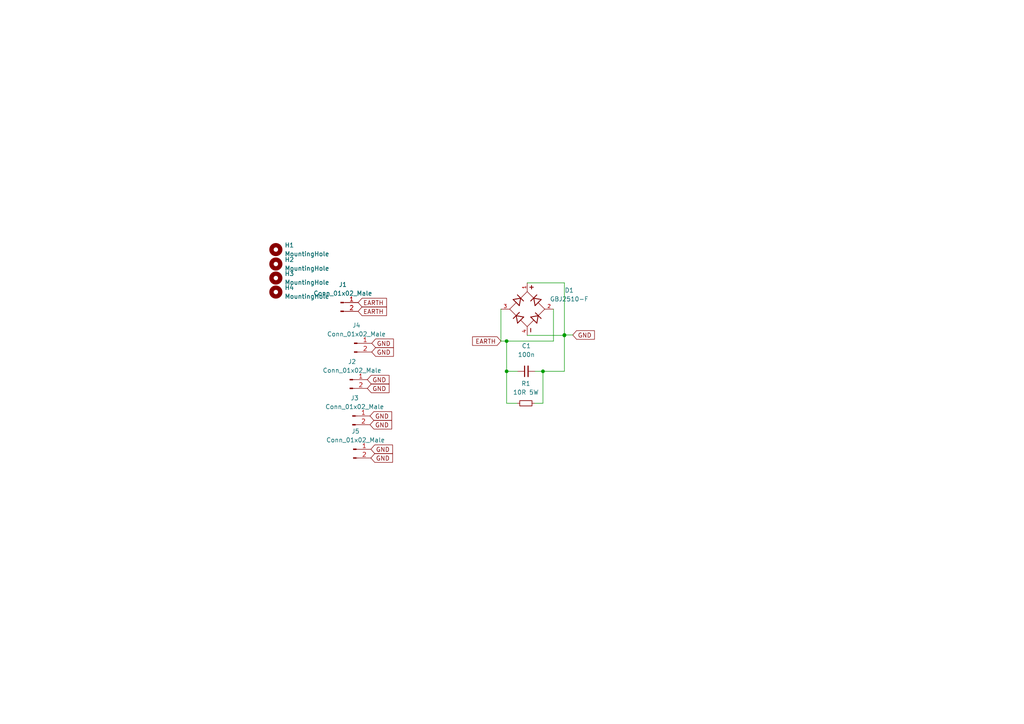
<source format=kicad_sch>
(kicad_sch (version 20230121) (generator eeschema)
  (paper "A4")
  (lib_symbols
    (symbol "Connector:Conn_01x02_Male" (pin_names (offset 1.016) hide)
      (property "Reference" "J" (at 0 2.54 0))
      (property "Value" "Conn_01x02_Male" (at 0 -5.08 0))
      (symbol "Conn_01x02_Male_1_1"
        (polyline (pts (xy 1.27 -2.54) (xy 0.8636 -2.54)) (stroke (width 0.1524)))
        (polyline (pts (xy 1.27 0) (xy 0.8636 0)) (stroke (width 0.1524)))
        (rectangle (start 0.8636 -2.413) (end 0 -2.667) (stroke (width 0.1524)) (fill (type outline)))
        (rectangle (start 0.8636 0.127) (end 0 -0.127) (stroke (width 0.1524)) (fill (type outline)))
        (pin passive line (at 5.08 0 180) (length 3.81) (name "Pin_1") (number "1"))
        (pin passive line (at 5.08 -2.54 180) (length 3.81) (name "Pin_2") (number "2"))
      )
    )
    (symbol "Device:C_Small" (pin_numbers hide) (pin_names (offset 0.254) hide)
      (property "Reference" "C" (at 0.254 1.778 0))
      (property "Value" "C_Small" (at 0.254 -2.032 0))
      (symbol "C_Small_0_1"
        (polyline (pts (xy -1.524 -0.508) (xy 1.524 -0.508)) (stroke (width 0.3302)))
        (polyline (pts (xy -1.524 0.508) (xy 1.524 0.508)) (stroke (width 0.3048)))
      )
      (symbol "C_Small_1_1"
        (pin passive line (at 0 2.54 270) (length 2.032) (name "~") (number "1"))
        (pin passive line (at 0 -2.54 90) (length 2.032) (name "~") (number "2"))
      )
    )
    (symbol "Device:R_Small" (pin_numbers hide) (pin_names (offset 0.254) hide)
      (property "Reference" "R" (at 0.762 0.508 0))
      (property "Value" "R_Small" (at 0.762 -1.016 0))
      (symbol "R_Small_0_1"
        (rectangle (start -0.762 1.778) (end 0.762 -1.778) (stroke (width 0.2032)))
      )
      (symbol "R_Small_1_1"
        (pin passive line (at 0 2.54 270) (length 0.762) (name "~") (number "1"))
        (pin passive line (at 0 -2.54 90) (length 0.762) (name "~") (number "2"))
      )
    )
    (symbol "GBJ2510-F:GBJ2510-F" (pin_names (offset 1.016) hide)
      (property "Reference" "D" (at 5.08 5.08 0))
      (property "Value" "GBJ2510-F" (at 5.08 -7.62 0))
      (symbol "GBJ2510-F_0_0"
        (polyline (pts (xy -6.858 1.27) (xy -5.842 1.27)) (stroke (width 0.254)))
        (polyline (pts (xy -6.35 0.762) (xy -6.35 1.778)) (stroke (width 0.254)))
        (polyline (pts (xy -5.08 0) (xy -3.175 -1.905)) (stroke (width 0.1524)))
        (polyline (pts (xy -3.175 -1.905) (xy -2.794 -4.064)) (stroke (width 0.254)))
        (polyline (pts (xy -3.175 -1.905) (xy -1.016 -2.286)) (stroke (width 0.254)))
        (polyline (pts (xy -3.175 1.905) (xy -5.08 0)) (stroke (width 0.1524)))
        (polyline (pts (xy -3.175 1.905) (xy -2.794 4.064)) (stroke (width 0.254)))
        (polyline (pts (xy -3.175 1.905) (xy -1.016 2.286)) (stroke (width 0.254)))
        (polyline (pts (xy -2.3622 -1.0668) (xy -4.1402 -2.8448)) (stroke (width 0.254)))
        (polyline (pts (xy -2.3622 1.016) (xy -4.1402 2.794)) (stroke (width 0.254)))
        (polyline (pts (xy -1.016 -2.286) (xy -2.794 -4.064)) (stroke (width 0.254)))
        (polyline (pts (xy -1.016 2.286) (xy -2.794 4.064)) (stroke (width 0.254)))
        (polyline (pts (xy 0 -5.08) (xy -1.8034 -3.2766)) (stroke (width 0.1524)))
        (polyline (pts (xy 0 -5.08) (xy 1.905 -3.175)) (stroke (width 0.1524)))
        (polyline (pts (xy 0 5.08) (xy -1.8034 3.2766)) (stroke (width 0.1524)))
        (polyline (pts (xy 1.905 -3.175) (xy 2.286 -1.016)) (stroke (width 0.254)))
        (polyline (pts (xy 1.905 -3.175) (xy 4.064 -2.794)) (stroke (width 0.254)))
        (polyline (pts (xy 1.905 3.175) (xy 0 5.08)) (stroke (width 0.1524)))
        (polyline (pts (xy 1.905 3.175) (xy 2.286 1.016)) (stroke (width 0.254)))
        (polyline (pts (xy 1.905 3.175) (xy 4.064 2.794)) (stroke (width 0.254)))
        (polyline (pts (xy 2.7178 -4.0386) (xy 0.9398 -2.2606)) (stroke (width 0.254)))
        (polyline (pts (xy 2.7178 4.0386) (xy 1.0668 2.3876)) (stroke (width 0.254)))
        (polyline (pts (xy 3.2766 -1.8034) (xy 5.08 0)) (stroke (width 0.1524)))
        (polyline (pts (xy 4.064 -2.794) (xy 2.286 -1.016)) (stroke (width 0.254)))
        (polyline (pts (xy 4.064 2.794) (xy 2.286 1.016)) (stroke (width 0.254)))
        (polyline (pts (xy 5.08 0) (xy 3.2766 1.8034)) (stroke (width 0.1524)))
        (polyline (pts (xy 5.588 1.016) (xy 6.604 1.016)) (stroke (width 0.254)))
        (pin passive line (at -7.62 0 0) (length 2.54) (name "~") (number "1"))
        (pin passive line (at 0 7.62 270) (length 2.54) (name "~") (number "2"))
        (pin passive line (at 0 -7.62 90) (length 2.54) (name "~") (number "3"))
        (pin passive line (at 7.62 0 180) (length 2.54) (name "~") (number "4"))
      )
    )
    (symbol "Mechanical:MountingHole" (pin_names (offset 1.016))
      (property "Reference" "H" (at 0 5.08 0))
      (property "Value" "MountingHole" (at 0 3.175 0))
      (symbol "MountingHole_0_1"
        (circle (center 0 0) (radius 1.27) (stroke (width 1.27)))
      )
    )
  )
  (junction (at 163.703 97.155))
  (junction (at 146.939 107.696))
  (junction (at 163.703 97.282))
  (junction (at 146.939 98.933))
  (junction (at 157.48 107.696))
  (wire (pts (xy 160.528 98.933) (xy 146.939 98.933)))
  (wire (pts (xy 157.48 107.696) (xy 163.703 107.696)))
  (wire (pts (xy 150.114 107.696) (xy 146.939 107.696)))
  (wire (pts (xy 160.528 89.662) (xy 160.528 98.933)))
  (wire (pts (xy 157.48 116.967) (xy 155.067 116.967)))
  (wire (pts (xy 146.939 116.967) (xy 149.987 116.967)))
  (wire (pts (xy 152.908 82.042) (xy 163.703 82.042)))
  (wire (pts (xy 163.703 82.042) (xy 163.703 97.155)))
  (wire (pts (xy 157.48 107.696) (xy 157.48 116.967)))
  (wire (pts (xy 155.194 107.696) (xy 157.48 107.696)))
  (wire (pts (xy 146.939 107.696) (xy 146.939 116.967)))
  (wire (pts (xy 146.939 98.933) (xy 145.288 98.933)))
  (wire (pts (xy 163.703 97.282) (xy 152.908 97.282)))
  (wire (pts (xy 146.939 98.933) (xy 146.939 107.696)))
  (wire (pts (xy 145.288 98.933) (xy 145.288 89.662)))
  (wire (pts (xy 163.703 97.155) (xy 163.703 97.282)))
  (wire (pts (xy 163.703 97.155) (xy 166.116 97.155)))
  (wire (pts (xy 163.703 107.696) (xy 163.703 97.282)))
  (global_label "GND" (shape input) (at 107.315 120.65 0) (property "Intersheetrefs" "${INTERSHEET_REFS}" (effects hide)))
  (global_label "GND" (shape input) (at 107.569 130.302 0) (property "Intersheetrefs" "${INTERSHEET_REFS}" (effects hide)))
  (global_label "GND" (shape input) (at 107.315 123.19 0) (property "Intersheetrefs" "${INTERSHEET_REFS}" (effects hide)))
  (global_label "GND" (shape input) (at 106.553 110.109 0) (property "Intersheetrefs" "${INTERSHEET_REFS}" (effects hide)))
  (global_label "GND" (shape input) (at 107.823 99.568 0) (property "Intersheetrefs" "${INTERSHEET_REFS}" (effects hide)))
  (global_label "EARTH" (shape input) (at 103.886 90.297 0) (property "Intersheetrefs" "${INTERSHEET_REFS}" (effects hide)))
  (global_label "EARTH" (shape input) (at 103.886 87.757 0) (property "Intersheetrefs" "${INTERSHEET_REFS}" (effects hide)))
  (global_label "GND" (shape input) (at 107.823 102.108 0) (property "Intersheetrefs" "${INTERSHEET_REFS}" (effects hide)))
  (global_label "GND" (shape input) (at 106.553 112.649 0) (property "Intersheetrefs" "${INTERSHEET_REFS}" (effects hide)))
  (global_label "EARTH" (shape input) (at 145.288 98.933 180) (property "Intersheetrefs" "${INTERSHEET_REFS}" (effects hide)))
  (global_label "GND" (shape input) (at 166.116 97.155 0) (property "Intersheetrefs" "${INTERSHEET_REFS}" (effects hide)))
  (global_label "GND" (shape input) (at 107.569 132.842 0) (property "Intersheetrefs" "${INTERSHEET_REFS}" (effects hide)))
  (symbol (lib_id "Device:R_Small") (at 152.527 116.967 90) (unit 1)
    (property "Reference" "R1" (at 152.527 111.252 90))
    (property "Value" "10R 5W" (at 152.527 113.792 90))
    (property "Footprint" "Resistor_THT:R_Axial_Power_L25.0mm_W9.0mm_P27.94mm" (effects hide))
  )
  (symbol (lib_id "GBJ2510-F:GBJ2510-F") (at 152.908 89.662 270) (unit 1)
    (property "Reference" "D1" (at 165.1 84.2008 90))
    (property "Value" "GBJ2510-F" (at 165.1 86.7408 90))
    (property "Footprint" "Diode_THT:Diode_Bridge_19.0x19.0x6.8mm_P12.7mm" (effects hide))
    (property "DESCRIPTION" "Diode Rectifier Bridge Single 1KV 35A 4-Pin_4+Tab_ Case GBJ Bulk/Tube" (effects hide))
    (property "MF" "Micro Commercial" (effects hide))
    (property "AVAILABILITY" "Unavailable" (effects hide))
    (property "MP" "GBJ3510-BP" (effects hide))
    (property "PACKAGE" "SIP-4 MCC" (effects hide))
    (property "PRICE" "None" (effects hide))
  )
  (symbol (lib_id "Mechanical:MountingHole") (at 80.01 76.581 0) (unit 1)
    (property "Reference" "H2" (at 82.55 75.3109 0) (effects (justify left)))
    (property "Value" "MountingHole" (at 82.55 77.8509 0) (effects (justify left)))
    (property "Footprint" "MountingHole:MountingHole_3.2mm_M3" (effects hide))
  )
  (symbol (lib_id "Mechanical:MountingHole") (at 80.01 84.709 0) (unit 1)
    (property "Reference" "H4" (at 82.55 83.4389 0) (effects (justify left)))
    (property "Value" "MountingHole" (at 82.55 85.9789 0) (effects (justify left)))
    (property "Footprint" "MountingHole:MountingHole_3.2mm_M3" (effects hide))
  )
  (symbol (lib_id "Device:C_Small") (at 152.654 107.696 90) (unit 1)
    (property "Reference" "C1" (at 152.6603 100.33 90))
    (property "Value" "100n" (at 152.6603 102.87 90))
    (property "Footprint" "Capacitor_THT:C_Rect_L18.0mm_W5.0mm_P15.00mm_FKS3_FKP3" (effects hide))
  )
  (symbol (lib_id "Connector:Conn_01x02_Male") (at 101.473 110.109 0) (unit 1)
    (property "Reference" "J2" (at 102.108 104.902 0))
    (property "Value" "Conn_01x02_Male" (at 102.108 107.442 0))
    (property "Footprint" "TerminalBlock_Phoenix:TerminalBlock_Phoenix_MKDS-1,5-2-5.08_1x02_P5.08mm_Horizontal" (effects hide))
  )
  (symbol (lib_id "Mechanical:MountingHole") (at 80.01 72.39 0) (unit 1)
    (property "Reference" "H1" (at 82.55 71.1199 0) (effects (justify left)))
    (property "Value" "MountingHole" (at 82.55 73.6599 0) (effects (justify left)))
    (property "Footprint" "MountingHole:MountingHole_3.2mm_M3" (effects hide))
  )
  (symbol (lib_id "Connector:Conn_01x02_Male") (at 102.743 99.568 0) (unit 1)
    (property "Reference" "J4" (at 103.378 94.361 0))
    (property "Value" "Conn_01x02_Male" (at 103.378 96.901 0))
    (property "Footprint" "TerminalBlock_Phoenix:TerminalBlock_Phoenix_MKDS-1,5-2-5.08_1x02_P5.08mm_Horizontal" (effects hide))
  )
  (symbol (lib_id "Connector:Conn_01x02_Male") (at 102.235 120.65 0) (unit 1)
    (property "Reference" "J3" (at 102.87 115.443 0))
    (property "Value" "Conn_01x02_Male" (at 102.87 117.983 0))
    (property "Footprint" "TerminalBlock_Phoenix:TerminalBlock_Phoenix_MKDS-1,5-2-5.08_1x02_P5.08mm_Horizontal" (effects hide))
  )
  (symbol (lib_id "Connector:Conn_01x02_Male") (at 102.489 130.302 0) (unit 1)
    (property "Reference" "J5" (at 103.124 125.095 0))
    (property "Value" "Conn_01x02_Male" (at 103.124 127.635 0))
    (property "Footprint" "TerminalBlock_Phoenix:TerminalBlock_Phoenix_MKDS-1,5-2-5.08_1x02_P5.08mm_Horizontal" (effects hide))
  )
  (symbol (lib_id "Mechanical:MountingHole") (at 80.01 80.645 0) (unit 1)
    (property "Reference" "H3" (at 82.55 79.3749 0) (effects (justify left)))
    (property "Value" "MountingHole" (at 82.55 81.9149 0) (effects (justify left)))
    (property "Footprint" "MountingHole:MountingHole_3.2mm_M3" (effects hide))
  )
  (symbol (lib_id "Connector:Conn_01x02_Male") (at 98.806 87.757 0) (unit 1)
    (property "Reference" "J1" (at 99.441 82.55 0))
    (property "Value" "Conn_01x02_Male" (at 99.441 85.09 0))
    (property "Footprint" "Connector_JST:JST_VH_B2P-VH-B_1x02_P3.96mm_Vertical" (effects hide))
  )
)
</source>
